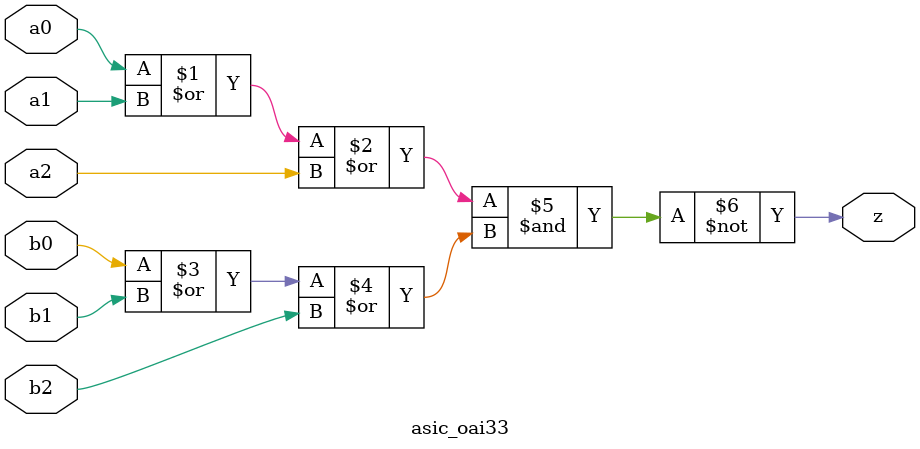
<source format=v>


module asic_oai33 #(parameter PROP = "DEFAULT")   (
    input  a0,
    input  a1,
    input  a2,
    input  b0,
    input  b1,
    input  b2,
    output z
    );

   assign z = ~((a0 | a1 | a2) & (b0 | b1 | b2));

endmodule

</source>
